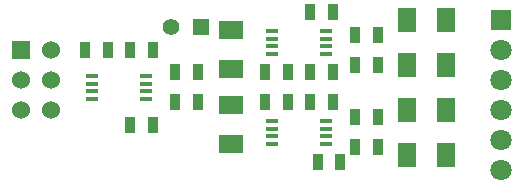
<source format=gts>
G04 (created by PCBNEW (2013-07-07 BZR 4022)-stable) date 27/01/2014 10:25:57*
%MOIN*%
G04 Gerber Fmt 3.4, Leading zero omitted, Abs format*
%FSLAX34Y34*%
G01*
G70*
G90*
G04 APERTURE LIST*
%ADD10C,0.00590551*%
%ADD11R,0.08X0.06*%
%ADD12R,0.06X0.08*%
%ADD13R,0.035X0.055*%
%ADD14R,0.0708661X0.0708661*%
%ADD15C,0.0708661*%
%ADD16R,0.055X0.055*%
%ADD17C,0.055*%
%ADD18R,0.06X0.06*%
%ADD19C,0.06*%
%ADD20R,0.0402X0.0161*%
G04 APERTURE END LIST*
G54D10*
G54D11*
X77000Y-62850D03*
X77000Y-64150D03*
G54D12*
X82850Y-63000D03*
X84150Y-63000D03*
X82850Y-61500D03*
X84150Y-61500D03*
X82850Y-60000D03*
X84150Y-60000D03*
X82850Y-64500D03*
X84150Y-64500D03*
G54D11*
X77000Y-61650D03*
X77000Y-60350D03*
G54D13*
X74375Y-63500D03*
X73625Y-63500D03*
X75875Y-62750D03*
X75125Y-62750D03*
X80375Y-62750D03*
X79625Y-62750D03*
X80375Y-61750D03*
X79625Y-61750D03*
X81875Y-61500D03*
X81125Y-61500D03*
X78125Y-62750D03*
X78875Y-62750D03*
X81875Y-60500D03*
X81125Y-60500D03*
X80375Y-59750D03*
X79625Y-59750D03*
X75875Y-61750D03*
X75125Y-61750D03*
X74375Y-61000D03*
X73625Y-61000D03*
X78125Y-61750D03*
X78875Y-61750D03*
X81875Y-63250D03*
X81125Y-63250D03*
X72125Y-61000D03*
X72875Y-61000D03*
X81875Y-64250D03*
X81125Y-64250D03*
X80625Y-64750D03*
X79875Y-64750D03*
G54D14*
X86000Y-60000D03*
G54D15*
X86000Y-61000D03*
X86000Y-62000D03*
X86000Y-63000D03*
X86000Y-64000D03*
X86000Y-65000D03*
G54D16*
X76000Y-60250D03*
G54D17*
X75000Y-60250D03*
G54D18*
X70000Y-61000D03*
G54D19*
X71000Y-61000D03*
X70000Y-62000D03*
X71000Y-62000D03*
X70000Y-63000D03*
X71000Y-63000D03*
G54D20*
X78344Y-63366D03*
X78344Y-63622D03*
X78344Y-63878D03*
X78344Y-64134D03*
X80156Y-64134D03*
X80156Y-63878D03*
X80156Y-63622D03*
X80156Y-63366D03*
X72344Y-61866D03*
X72344Y-62122D03*
X72344Y-62378D03*
X72344Y-62634D03*
X74156Y-62634D03*
X74156Y-62378D03*
X74156Y-62122D03*
X74156Y-61866D03*
X78344Y-60366D03*
X78344Y-60622D03*
X78344Y-60878D03*
X78344Y-61134D03*
X80156Y-61134D03*
X80156Y-60878D03*
X80156Y-60622D03*
X80156Y-60366D03*
M02*

</source>
